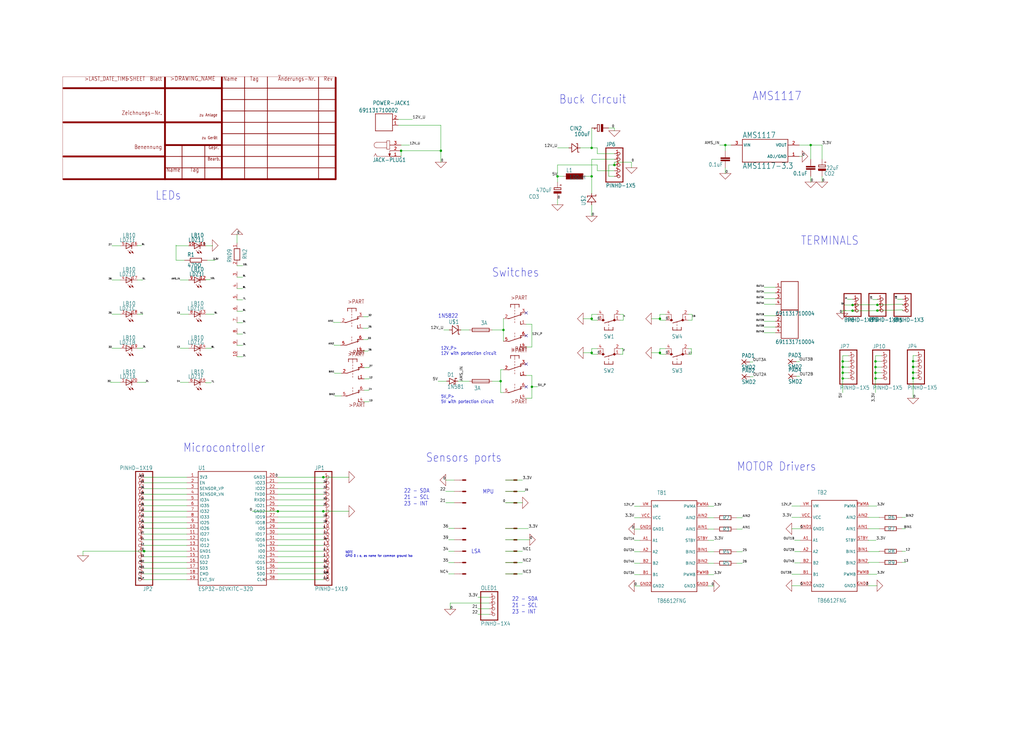
<source format=kicad_sch>
(kicad_sch (version 20211123) (generator eeschema)
  (paper "User" 457.2 335.28)
  (junction (at 390.89 161.3544))
  (junction (at 407.67 161.29))
  (junction (at 380.65 136.18))
  (junction (at 144.3736 228.2952))
  (junction (at 264.16 78.74))
  (junction (at 224.79 147.32))
  (junction (at 390.89 163.8944))
  (junction (at 391.75 138.66))
  (junction (at 264.17 157.54))
  (junction (at 390.89 168.9744))
  (junction (at 380.65 138.72))
  (junction (at 64.3636 246.0752))
  (junction (at 376.24 168.9744))
  (junction (at 407.67 168.91))
  (junction (at 376.24 163.8944))
  (junction (at 376.24 166.4344))
  (junction (at 223.52 170.18))
  (junction (at 264.17 142.3))
  (junction (at 294.65 142.3))
  (junction (at 179.07 67.31))
  (junction (at 390.89 166.4344))
  (junction (at 376.24 161.3544))
  (junction (at 294.65 157.54))
  (junction (at 407.67 163.83))
  (junction (at 323.85 64.77))
  (junction (at 248.92 78.74))
  (junction (at 361.95 64.77))
  (junction (at 274.32 73.66))
  (junction (at 237.49 172.72))
  (junction (at 391.75 136.12))
  (junction (at 407.67 166.37))
  (junction (at 196.85 67.31))
  (junction (at 264.16 66.04))
  (junction (at 144.3736 213.0552))
  (junction (at 124.0536 228.2952))
  (no_connect (at 234.95 162.56))
  (no_connect (at 234.95 149.86))
  (no_connect (at 234.95 139.7))
  (no_connect (at 234.95 172.72))
  (wire (pts (xy 63.7 140.25) (xy 63.7 140.28)))
  (wire (pts (xy 283.21 261.62) (xy 285.75 261.62)))
  (wire (pts (xy 225.67 235.98) (xy 235.94 235.98)))
  (wire (pts (xy 407.67 168.91) (xy 408.94 168.91)))
  (wire (pts (xy 346.24 143.48) (xy 341.16 143.48)))
  (wire (pts (xy 264.17 157.54) (xy 264.17 155.635)))
  (wire (pts (xy 164.8 164.09) (xy 164.8 163.98)))
  (wire (pts (xy 218.44 274.32) (xy 213.36 274.32)))
  (wire (pts (xy 264.16 57.15) (xy 264.16 66.04)))
  (wire (pts (xy 91.85 140.25) (xy 95.66 140.25)))
  (wire (pts (xy 124.0536 251.1552) (xy 144.3736 251.1552)))
  (wire (pts (xy 346.24 130.78) (xy 341.16 130.78)))
  (wire (pts (xy 124.0536 213.0552) (xy 144.3736 213.0552)))
  (wire (pts (xy 316.23 256.54) (xy 318.77 256.54)))
  (wire (pts (xy 357.29 256.42) (xy 353.48 256.42)))
  (wire (pts (xy 274.32 73.66) (xy 274.32 72.39)))
  (wire (pts (xy 357.29 225.94) (xy 353.48 225.94)))
  (wire (pts (xy 234.29 219.42) (xy 234.29 219.28)))
  (wire (pts (xy 387.77 241.18) (xy 387.77 241.3)))
  (wire (pts (xy 162.58 164.09) (xy 164.8 164.09)))
  (wire (pts (xy 380.65 136.18) (xy 391.75 135.98)))
  (wire (pts (xy 387.77 225.94) (xy 391.58 225.94)))
  (wire (pts (xy 378.78 158.8144) (xy 376.24 158.8144)))
  (wire (pts (xy 91.85 125.01) (xy 91.85 124.83)))
  (wire (pts (xy 390.89 163.8944) (xy 390.89 166.4344)))
  (wire (pts (xy 346.24 133.32) (xy 341.16 133.32)))
  (wire (pts (xy 376.24 158.8144) (xy 376.24 161.3544)))
  (wire (pts (xy 393.43 166.4344) (xy 390.89 166.4344)))
  (wire (pts (xy 393.43 168.9744) (xy 390.89 168.9744)))
  (wire (pts (xy 105.82 128.82) (xy 108.36 128.82)))
  (wire (pts (xy 248.92 66.04) (xy 254 66.04)))
  (wire (pts (xy 236.51 240.98) (xy 236.51 241.01)))
  (wire (pts (xy 316.23 251.46) (xy 318.77 251.46)))
  (wire (pts (xy 404.3 251.12) (xy 404.3 251.18)))
  (wire (pts (xy 281.94 72.39) (xy 281.94 74.93)))
  (wire (pts (xy 200.98 269.24) (xy 218.44 269.24)))
  (wire (pts (xy 274.32 76.2) (xy 266.7 76.2)))
  (wire (pts (xy 83.4136 220.6752) (xy 64.3636 220.6752)))
  (wire (pts (xy 407.67 168.91) (xy 407.67 177.8)))
  (wire (pts (xy 64.3636 213.0552) (xy 83.4136 213.0552)))
  (wire (pts (xy 91.85 170.73) (xy 91.85 170.93)))
  (wire (pts (xy 61.37 155.49) (xy 63.7 155.49)))
  (wire (pts (xy 266.7 66.04) (xy 266.7 68.58)))
  (wire (pts (xy 264.16 91.44) (xy 264.16 96.52)))
  (wire (pts (xy 234.95 154.94) (xy 237.49 154.94)))
  (wire (pts (xy 152.42 166.63) (xy 149.35 166.63)))
  (wire (pts (xy 64.3636 256.2352) (xy 83.4136 256.2352)))
  (wire (pts (xy 316.23 226.06) (xy 318.77 226.06)))
  (wire (pts (xy 144.3736 228.2952) (xy 155.8036 228.2952)))
  (wire (pts (xy 152.42 176.79) (xy 149.55 176.79)))
  (wire (pts (xy 202.81 241.01) (xy 200.27 241.01)))
  (wire (pts (xy 334.74 161.63) (xy 336.1 161.63)))
  (wire (pts (xy 164.55 174.25) (xy 164.55 174.03)))
  (wire (pts (xy 223.52 170.18) (xy 223.52 175.26)))
  (wire (pts (xy 357.29 241.18) (xy 354.75 241.18)))
  (wire (pts (xy 361.95 64.77) (xy 367.03 64.77)))
  (wire (pts (xy 164.15 151.6) (xy 164.15 151.38)))
  (wire (pts (xy 346.24 140.94) (xy 341.16 140.94)))
  (wire (pts (xy 202.81 224.5) (xy 199 224.5)))
  (wire (pts (xy 105.82 138.98) (xy 108.36 138.98)))
  (wire (pts (xy 124.0536 218.1352) (xy 144.3736 218.1352)))
  (wire (pts (xy 402.73 251.12) (xy 404.3 251.12)))
  (wire (pts (xy 64.3636 246.0752) (xy 83.4136 246.0752)))
  (wire (pts (xy 53.75 155.49) (xy 49.94 155.49)))
  (wire (pts (xy 105.82 133.9) (xy 108.36 133.9)))
  (wire (pts (xy 294.65 142.3) (xy 294.65 140.395)))
  (wire (pts (xy 402.99 135.82) (xy 391.75 136.12)))
  (wire (pts (xy 64.3636 246.0752) (xy 37.0536 246.0752)))
  (wire (pts (xy 266.71 158.175) (xy 264.17 158.175)))
  (wire (pts (xy 162.18 141.44) (xy 164.4 141.44)))
  (wire (pts (xy 64.3636 233.3752) (xy 83.4136 233.3752)))
  (wire (pts (xy 378.78 163.8944) (xy 376.24 163.8944)))
  (wire (pts (xy 225.67 246.09) (xy 233.29 246.09)))
  (wire (pts (xy 402.99 136.17) (xy 402.99 135.82)))
  (wire (pts (xy 266.7 73.66) (xy 248.92 73.66)))
  (wire (pts (xy 316.23 236.22) (xy 318.77 236.22)))
  (wire (pts (xy 278.1 158.175) (xy 276.87 158.175)))
  (wire (pts (xy 64.3636 223.2152) (xy 83.4136 223.2152)))
  (wire (pts (xy 407.67 163.83) (xy 408.94 163.83)))
  (wire (pts (xy 380.65 138.72) (xy 380.65 138.86)))
  (wire (pts (xy 308.7 155.635) (xy 308.7 158.175)))
  (wire (pts (xy 219.71 170.18) (xy 223.52 170.18)))
  (wire (pts (xy 392.57 236.08) (xy 392.57 236.1)))
  (wire (pts (xy 248.92 78.74) (xy 248.92 81.28)))
  (wire (pts (xy 274.32 71.12) (xy 264.16 71.12)))
  (wire (pts (xy 64.3636 228.2952) (xy 83.4136 228.2952)))
  (wire (pts (xy 105.82 154.22) (xy 108.36 154.22)))
  (wire (pts (xy 377.05 136.18) (xy 377.05 136.08)))
  (wire (pts (xy 124.0536 223.2152) (xy 144.3736 223.2152)))
  (wire (pts (xy 202.81 256.25) (xy 200.27 256.25)))
  (wire (pts (xy 162.58 179.38) (xy 164.8 179.38)))
  (wire (pts (xy 53.75 109.77) (xy 49.94 109.77)))
  (wire (pts (xy 148.95 143.98) (xy 148.95 143.88)))
  (wire (pts (xy 283.21 256.54) (xy 285.75 256.54)))
  (wire (pts (xy 355.59 168.03) (xy 356.95 168.03)))
  (wire (pts (xy 328.93 251.46) (xy 331.47 251.46)))
  (wire (pts (xy 274.32 78.74) (xy 271.78 78.74)))
  (wire (pts (xy 61.37 109.77) (xy 61.37 109.63)))
  (wire (pts (xy 177.8 55.88) (xy 196.85 55.88)))
  (wire (pts (xy 124.0536 258.7752) (xy 144.3736 258.7752)))
  (wire (pts (xy 294.65 157.54) (xy 294.65 155.635)))
  (wire (pts (xy 124.0536 235.9152) (xy 144.3736 235.9152)))
  (wire (pts (xy 377.35 138.68) (xy 380.4 138.68)))
  (wire (pts (xy 94.35 155.49) (xy 94.35 155.58)))
  (wire (pts (xy 378.78 161.3544) (xy 376.24 161.3544)))
  (wire (pts (xy 316.23 261.62) (xy 318.77 261.62)))
  (wire (pts (xy 264.17 142.935) (xy 264.17 142.3)))
  (wire (pts (xy 378.78 168.9744) (xy 376.24 168.9744)))
  (wire (pts (xy 84.23 109.77) (xy 78.6 109.77)))
  (wire (pts (xy 200.98 272.07) (xy 200.98 269.24)))
  (wire (pts (xy 124.0536 238.4552) (xy 144.3736 238.4552)))
  (wire (pts (xy 408.94 158.75) (xy 407.67 158.75)))
  (wire (pts (xy 162.18 156.68) (xy 162.18 156.73)))
  (wire (pts (xy 53.75 170.73) (xy 49.45 170.73)))
  (wire (pts (xy 309 142.935) (xy 307.35 142.935)))
  (wire (pts (xy 376.24 161.3544) (xy 376.24 163.8944)))
  (wire (pts (xy 84.23 125.01) (xy 80.42 125.01)))
  (wire (pts (xy 266.7 68.58) (xy 274.32 68.58)))
  (wire (pts (xy 321.31 64.77) (xy 323.85 64.77)))
  (wire (pts (xy 164.4 141.44) (xy 164.4 141.33)))
  (wire (pts (xy 271.78 78.74) (xy 271.78 73.66)))
  (wire (pts (xy 283.21 241.3) (xy 285.75 241.3)))
  (wire (pts (xy 264.16 78.74) (xy 264.16 86.36)))
  (wire (pts (xy 105.82 104.69) (xy 105.82 108.5)))
  (wire (pts (xy 357.29 261.5) (xy 353.48 261.5)))
  (wire (pts (xy 149.55 176.79) (xy 149.55 176.63)))
  (wire (pts (xy 84.23 140.25) (xy 80.42 140.25)))
  (wire (pts (xy 328.93 246.38) (xy 331.47 246.38)))
  (wire (pts (xy 124.0536 215.5952) (xy 144.3736 215.5952)))
  (wire (pts (xy 278.3 140.395) (xy 278.3 142.935)))
  (wire (pts (xy 308.7 158.175) (xy 307.35 158.175)))
  (wire (pts (xy 378.4 133.64) (xy 378.4 133.53)))
  (wire (pts (xy 234.95 167.64) (xy 237.49 167.64)))
  (wire (pts (xy 274.32 72.39) (xy 281.94 72.39)))
  (wire (pts (xy 219.71 147.32) (xy 224.79 147.32)))
  (wire (pts (xy 377.35 138.68) (xy 377.65 138.58)))
  (wire (pts (xy 202.81 246.09) (xy 200.27 246.09)))
  (wire (pts (xy 63.7 155.49) (xy 63.7 155.33)))
  (wire (pts (xy 266.7 76.2) (xy 266.7 73.66)))
  (wire (pts (xy 376.24 168.9744) (xy 376.24 175.3244)))
  (wire (pts (xy 407.67 166.37) (xy 407.67 168.91)))
  (wire (pts (xy 297.19 158.175) (xy 294.65 158.175)))
  (wire (pts (xy 264.16 66.04) (xy 266.7 66.04)))
  (wire (pts (xy 198.12 147.32) (xy 200.66 147.32)))
  (wire (pts (xy 124.0536 243.5352) (xy 144.3736 243.5352)))
  (wire (pts (xy 162.58 179.33) (xy 162.58 179.38)))
  (wire (pts (xy 95.8 116.18) (xy 95.8 116.33)))
  (wire (pts (xy 124.0536 240.9952) (xy 144.3736 240.9952)))
  (wire (pts (xy 264.17 140.395) (xy 266.71 140.395)))
  (wire (pts (xy 218.44 266.7) (xy 213.36 266.7)))
  (wire (pts (xy 91.85 124.83) (xy 93.9 124.83)))
  (wire (pts (xy 390.89 168.9744) (xy 390.89 175.3244)))
  (wire (pts (xy 402.73 246.18) (xy 404.3 246.18)))
  (wire (pts (xy 124.0536 233.3752) (xy 144.3736 233.3752)))
  (wire (pts (xy 264.17 158.175) (xy 264.17 157.54)))
  (wire (pts (xy 225.67 214.34) (xy 233.29 214.34)))
  (wire (pts (xy 336.2 168.23) (xy 336.2 168.28)))
  (wire (pts (xy 307.35 140.395) (xy 309 140.395)))
  (wire (pts (xy 64.3636 248.6152) (xy 83.4136 248.6152)))
  (wire (pts (xy 225.67 251.17) (xy 233.29 251.17)))
  (wire (pts (xy 225.67 256.25) (xy 233.29 256.25)))
  (wire (pts (xy 387.77 231.02) (xy 392.57 231.02)))
  (wire (pts (xy 205.74 147.32) (xy 209.55 147.32)))
  (wire (pts (xy 307.35 155.635) (xy 308.7 155.635)))
  (wire (pts (xy 152.02 143.98) (xy 148.95 143.98)))
  (wire (pts (xy 202.81 235.93) (xy 200.27 235.93)))
  (wire (pts (xy 390.89 161.3544) (xy 390.89 163.8944)))
  (wire (pts (xy 78.6 109.77) (xy 78.6 109.38)))
  (wire (pts (xy 283.21 246.38) (xy 285.75 246.38)))
  (wire (pts (xy 64.3636 218.1352) (xy 83.4136 218.1352)))
  (wire (pts (xy 387.77 261.5) (xy 391.58 261.5)))
  (wire (pts (xy 361.95 78.74) (xy 361.95 81.28)))
  (wire (pts (xy 276.87 155.635) (xy 278.1 155.635)))
  (wire (pts (xy 64.3636 240.9952) (xy 83.4136 240.9952)))
  (wire (pts (xy 402.99 138.71) (xy 402.99 138.36)))
  (wire (pts (xy 65 170.73) (xy 65 170.88)))
  (wire (pts (xy 387.77 241.3) (xy 391.16 241.3)))
  (wire (pts (xy 124.0536 256.2352) (xy 144.3736 256.2352)))
  (wire (pts (xy 63.7 140.28) (xy 63.55 140.28)))
  (wire (pts (xy 164.4 146.52) (xy 164.4 146.48)))
  (wire (pts (xy 105.82 149.14) (xy 108.36 149.14)))
  (wire (pts (xy 271.78 73.66) (xy 274.32 73.66)))
  (wire (pts (xy 49.45 170.73) (xy 49.45 170.33)))
  (wire (pts (xy 149.35 166.63) (xy 149.35 166.53)))
  (wire (pts (xy 387.77 251.12) (xy 387.77 251.34)))
  (wire (pts (xy 274.32 57.15) (xy 274.32 58.42)))
  (wire (pts (xy 224.79 142.24) (xy 224.79 147.32)))
  (wire (pts (xy 64.3636 235.9152) (xy 83.4136 235.9152)))
  (wire (pts (xy 152.02 154.14) (xy 149.15 154.14)))
  (wire (pts (xy 78.6 109.77) (xy 78.6 116.18)))
  (wire (pts (xy 84.23 155.49) (xy 80.42 155.49)))
  (wire (pts (xy 64.3636 253.6952) (xy 83.4136 253.6952)))
  (wire (pts (xy 91.85 170.93) (xy 94.25 170.93)))
  (wire (pts (xy 393.43 163.8944) (xy 390.89 163.8944)))
  (wire (pts (xy 61.37 125.01) (xy 63.55 125.01)))
  (wire (pts (xy 64.3636 243.5352) (xy 83.4136 243.5352)))
  (wire (pts (xy 237.49 167.64) (xy 237.49 172.72)))
  (wire (pts (xy 37.0536 246.0752) (xy 37.0536 248.1552)))
  (wire (pts (xy 261.62 78.74) (xy 264.16 78.74)))
  (wire (pts (xy 402.99 133.63) (xy 402.99 133.58)))
  (wire (pts (xy 225.67 235.93) (xy 225.67 235.98)))
  (wire (pts (xy 204.47 170.18) (xy 209.55 170.18)))
  (wire (pts (xy 144.3736 213.0552) (xy 155.8036 213.0552)))
  (wire (pts (xy 53.75 140.25) (xy 49.94 140.25)))
  (wire (pts (xy 323.85 74.93) (xy 323.85 77.47)))
  (wire (pts (xy 316.23 231.14) (xy 318.77 231.14)))
  (wire (pts (xy 259.08 66.04) (xy 264.16 66.04)))
  (wire (pts (xy 264.17 142.3) (xy 260.36 142.3)))
  (wire (pts (xy 218.44 271.78) (xy 213.36 271.78)))
  (wire (pts (xy 294.65 140.395) (xy 297.19 140.395)))
  (wire (pts (xy 316.23 241.3) (xy 318.77 241.3)))
  (wire (pts (xy 202.81 219.42) (xy 199 219.42)))
  (wire (pts (xy 294.65 155.635) (xy 297.19 155.635)))
  (wire (pts (xy 237.49 172.72) (xy 237.49 177.8)))
  (wire (pts (xy 355.49 161.43) (xy 356.85 161.43)))
  (wire (pts (xy 224.79 165.1) (xy 223.52 165.1)))
  (wire (pts (xy 64.3636 258.7752) (xy 83.4136 258.7752)))
  (wire (pts (xy 278.3 142.935) (xy 276.87 142.935)))
  (wire (pts (xy 393.43 161.3544) (xy 390.89 161.3544)))
  (wire (pts (xy 361.95 64.77) (xy 361.95 71.12)))
  (wire (pts (xy 196.85 67.31) (xy 196.85 72.39)))
  (wire (pts (xy 407.67 163.83) (xy 407.67 166.37)))
  (wire (pts (xy 124.0536 230.8352) (xy 144.3736 230.8352)))
  (wire (pts (xy 196.85 55.88) (xy 196.85 67.31)))
  (wire (pts (xy 61.37 140.25) (xy 63.7 140.25)))
  (wire (pts (xy 402.73 236.08) (xy 404.3 236.08)))
  (wire (pts (xy 346.24 146.02) (xy 341.16 146.02)))
  (wire (pts (xy 323.85 64.77) (xy 323.85 67.31)))
  (wire (pts (xy 202.81 251.17) (xy 200.27 251.17)))
  (wire (pts (xy 402.99 138.36) (xy 391.75 138.66)))
  (wire (pts (xy 294.65 142.935) (xy 294.65 142.3)))
  (wire (pts (xy 316.23 246.38) (xy 318.77 246.38)))
  (wire (pts (xy 271.78 57.15) (xy 274.32 57.15)))
  (wire (pts (xy 162.58 174.25) (xy 164.55 174.25)))
  (wire (pts (xy 112.6236 228.2952) (xy 124.0536 228.2952)))
  (wire (pts (xy 357.29 251.34) (xy 354.75 251.34)))
  (wire (pts (xy 105.82 123.74) (xy 108.36 123.74)))
  (wire (pts (xy 260.36 157.54) (xy 264.17 157.54)))
  (wire (pts (xy 376.24 166.4344) (xy 376.24 168.9744)))
  (wire (pts (xy 357.29 246.26) (xy 354.75 246.26)))
  (wire (pts (xy 294.65 142.3) (xy 290.84 142.3)))
  (wire (pts (xy 334.84 168.23) (xy 336.2 168.23)))
  (wire (pts (xy 149.15 154.14) (xy 149.15 153.98)))
  (wire (pts (xy 290.84 157.54) (xy 294.65 157.54)))
  (wire (pts (xy 179.07 67.31) (xy 179.07 69.85)))
  (wire (pts (xy 105.82 159.3) (xy 108.36 159.3)))
  (wire (pts (xy 278.1 155.635) (xy 278.1 158.175)))
  (wire (pts (xy 78.6 116.18) (xy 82.37 116.18)))
  (wire (pts (xy 248.92 73.66) (xy 248.92 78.74)))
  (wire (pts (xy 162.18 151.6) (xy 164.15 151.6)))
  (wire (pts (xy 64.3636 238.4552) (xy 83.4136 238.4552)))
  (wire (pts (xy 266.71 142.935) (xy 264.17 142.935)))
  (wire (pts (xy 336.1 161.63) (xy 336.1 161.53)))
  (wire (pts (xy 53.75 125.01) (xy 49.94 125.01)))
  (wire (pts (xy 248.92 88.9) (xy 248.92 91.44)))
  (wire (pts (xy 105.82 118.66) (xy 108.36 118.66)))
  (wire (pts (xy 83.4136 215.5952) (xy 64.3636 215.5952)))
  (wire (pts (xy 237.49 172.72) (xy 240.03 172.72)))
  (wire (pts (xy 390.89 158.8144) (xy 390.89 161.3544)))
  (wire (pts (xy 225.67 219.42) (xy 234.29 219.42)))
  (wire (pts (xy 346.24 128.24) (xy 341.16 128.24)))
  (wire (pts (xy 407.67 161.29) (xy 408.94 161.29)))
  (wire (pts (xy 356.85 161.43) (xy 356.85 161.33)))
  (wire (pts (xy 124.0536 246.0752) (xy 144.3736 246.0752)))
  (wire (pts (xy 380.65 136.18) (xy 377.05 136.18)))
  (wire (pts (xy 177.8 53.34) (xy 184.15 53.34)))
  (wire (pts (xy 264.17 142.3) (xy 264.17 140.395)))
  (wire (pts (xy 124.0536 228.2952) (xy 144.3736 228.2952)))
  (wire (pts (xy 357.29 236.1) (xy 353.48 236.1)))
  (wire (pts (xy 387.77 256.42) (xy 391.58 256.42)))
  (wire (pts (xy 61.37 170.73) (xy 65 170.73)))
  (wire (pts (xy 387.77 246.26) (xy 392.57 246.26)))
  (wire (pts (xy 391.75 133.58) (xy 391.75 133.73)))
  (wire (pts (xy 356.87 69.85) (xy 358.14 69.85)))
  (wire (pts (xy 346.24 148.56) (xy 341.16 148.56)))
  (wire (pts (xy 276.87 140.395) (xy 278.3 140.395)))
  (wire (pts (xy 124.0536 248.6152) (xy 144.3736 248.6152)))
  (wire (pts (xy 283.21 236.22) (xy 285.75 236.22)))
  (wire (pts (xy 124.0536 253.6952) (xy 144.3736 253.6952)))
  (wire (pts (xy 356.87 64.77) (xy 361.95 64.77)))
  (wire (pts (xy 92.53 116.18) (xy 95.8 116.18)))
  (wire (pts (xy 179.07 64.77) (xy 182.88 64.77)))
  (wire (pts (xy 64.3636 251.1552) (xy 83.4136 251.1552)))
  (wire (pts (xy 83.4136 225.7552) (xy 64.3636 225.7552)))
  (wire (pts (xy 376.03 138.73) (xy 377.65 138.58)))
  (wire (pts (xy 390.89 166.4344) (xy 390.89 168.9744)))
  (wire (pts (xy 236.51 241.01) (xy 225.67 241.01)))
  (wire (pts (xy 63.55 125.01) (xy 63.55 125.18)))
  (wire (pts (xy 297.19 142.935) (xy 294.65 142.935)))
  (wire (pts (xy 376.24 163.8944) (xy 376.24 166.4344)))
  (wire (pts (xy 223.52 175.26) (xy 224.79 175.26)))
  (wire (pts (xy 237.49 144.78) (xy 237.49 154.94)))
  (wire (pts (xy 94.84 109.77) (xy 94.84 109.62)))
  (wire (pts (xy 91.85 109.77) (xy 94.84 109.77)))
  (wire (pts (xy 380.65 133.64) (xy 378.4 133.64)))
  (wire (pts (xy 223.52 165.1) (xy 223.52 170.18)))
  (wire (pts (xy 283.21 226.06) (xy 285.75 226.06)))
  (wire (pts (xy 162.18 156.73) (xy 164.4 156.73)))
  (wire (pts (xy 124.0536 220.6752) (xy 144.3736 220.6752)))
  (wire (pts (xy 195.58 170.18) (xy 199.39 170.18)))
  (wire (pts (xy 391.75 135.98) (xy 391.75 136.12)))
  (wire (pts (xy 356.95 168.03) (xy 356.95 168.08)))
  (wire (pts (xy 224.79 147.32) (xy 224.79 152.4)))
  (wire (pts (xy 164.8 169.17) (xy 164.8 169.13)))
  (wire (pts (xy 162.58 169.17) (xy 164.8 169.17)))
  (wire (pts (xy 328.93 236.22) (xy 331.47 236.22)))
  (wire (pts (xy 248.92 78.74) (xy 251.46 78.74)))
  (wire (pts (xy 199 214.34) (xy 202.81 214.34)))
  (wire (pts (xy 278.1 155.635) (xy 277.7 155.53)))
  (wire (pts (xy 64.3636 230.8352) (xy 83.4136 230.8352)))
  (wire (pts (xy 105.82 144.06) (xy 108.36 144.06)))
  (wire (pts (xy 237.49 177.8) (xy 234.95 177.8)))
  (wire (pts (xy 380.4 138.68) (xy 380.65 138.72)))
  (wire (pts (xy 323.85 64.77) (xy 326.39 64.77)))
  (wire (pts (xy 393.43 158.8144) (xy 390.89 158.8144)))
  (wire (pts (xy 283.21 231.14) (xy 285.75 231.14)))
  (wire (pts (xy 225.67 224.5) (xy 233.29 224.5)))
  (wire (pts (xy 407.67 166.37) (xy 408.94 166.37)))
  (wire (pts (xy 179.07 67.31) (xy 196.85 67.31)))
  (wire (pts (xy 402.99 133.58) (xy 400.7 133.58)))
  (wire (pts (xy 402.73 231.04) (xy 404.3 231.04)))
  (wire (pts (xy 376.01 139.95) (xy 376.03 138.73)))
  (wire (pts (xy 407.67 158.75) (xy 407.67 161.29)))
  (wire (pts (xy 162.18 146.52) (xy 164.4 146.52)))
  (wire (pts (xy 61.37 109.63) (xy 63.25 109.63)))
  (wire (pts (xy 392.57 236.1) (xy 387.77 236.1)))
  (wire (pts (xy 391.75 133.73) (xy 389.6 133.73)))
  (wire (pts (xy 357.29 231.02) (xy 353.48 231.02)))
  (wire (pts (xy 392.57 246.26) (xy 392.57 246.12)))
  (wire (pts (xy 91.85 155.49) (xy 94.35 155.49)))
  (wire (pts (xy 234.95 144.78) (xy 237.49 144.78)))
  (wire (pts (xy 124.0536 225.7552) (xy 144.3736 225.7552)))
  (wire (pts (xy 84.23 170.73) (xy 80.42 170.73)))
  (wire (pts (xy 294.65 158.175) (xy 294.65 157.54)))
  (wire (pts (xy 378.78 166.4344) (xy 376.24 166.4344)))
  (wire (pts (xy 367.03 64.77) (xy 367.03 71.12)))
  (wire (pts (xy 367.03 78.74) (xy 367.03 81.28)))
  (wire (pts (xy 264.16 71.12) (xy 264.16 78.74)))
  (wire (pts (xy 283.21 251.46) (xy 285.75 251.46)))
  (wire (pts (xy 402.73 246.12) (xy 402.73 246.18)))
  (wire (pts (xy 309 140.395) (xy 309 142.935)))
  (wire (pts (xy 380.65 138.86) (xy 391.75 138.66)))
  (wire (pts (xy 264.17 155.635) (xy 266.71 155.635)))
  (wire (pts (xy 392.57 231.02) (xy 392.57 231.04)))
  (wire (pts (xy 328.93 231.14) (xy 331.47 231.14)))
  (wire (pts (xy 392.57 251.12) (xy 387.77 251.12)))
  (wire (pts (xy 407.67 161.29) (xy 407.67 163.83)))
  (wire (pts (xy 346.24 135.86) (xy 341.16 135.86)))
  (text "MPU" (at 215.51 220.69 180) (effects (font (size 1.778 1.5113)) (justify left bottom)))
  (text "AMS1117" (at 335.84 45.26 180) (effects (font (size 3.81 3.2385)) (justify left bottom)))
  (text "Microcontroller" (at 118.48 202.3 180) (effects (font (size 3.81 3.2385)) (justify right bottom)))
  (text "1N5822" (at 195.58 142.24 180) (effects (font (size 1.778 1.5113)) (justify left bottom)))
  (text "22 - SDA\n21 - SCL\n23 - INT" (at 180.34 226.06 180) (effects (font (size 1.778 1.5113)) (justify left bottom)))
  (text "LEDs" (at 69.31 89.65 180) (effects (font (size 3.81 3.2385)) (justify left bottom)))
  (text "LSA" (at 210.43 247.36 180) (effects (font (size 1.778 1.5113)) (justify left bottom)))
  (text "Sensors ports" (at 190.11 206.72 180) (effects (font (size 3.81 3.2385)) (justify left bottom)))
  (text "12V_P>\n12V with portection circuit" (at 196.85 158.75 180) (effects (font (size 1.4224 1.209)) (justify left bottom)))
  (text "Switches" (at 219.61 124.05 180) (effects (font (size 3.81 3.2385)) (justify left bottom)))
  (text "MOTOR Drivers" (at 364.48 210.7 180) (effects (font (size 3.81 3.2385)) (justify right bottom)))
  (text "Buck Circuit" (at 249.6 46.75 180) (effects (font (size 3.81 3.2385)) (justify left bottom)))
  (text "NOTE\nGPIO 0 : o, as name for common ground iso" (at 154.1872 248.9424 180) (effects (font (size 1.016 0.8636)) (justify left bottom)))
  (text "5V_P>\n5V with portection circuit" (at 196.85 180.34 180) (effects (font (size 1.4224 1.209)) (justify left bottom)))
  (text "TERMINALS" (at 383.47 109.83 180) (effects (font (size 3.81 3.2385)) (justify right bottom)))
  (text "22 - SDA\n21 - SCL\n23 - INT" (at 228.6 274.32 180) (effects (font (size 1.778 1.5113)) (justify left bottom)))
  (label "17" (at 307.35 158.175 0) (effects (font (size 0.7112 0.7112))))
  (label "27" (at 49.94 109.77 180) (effects (font (size 0.7112 0.7112))))
  (label "33" (at 49.94 155.49 180) (effects (font (size 0.7112 0.7112))))
  (label "3L" (at 63.7 155.33 0) (effects (font (size 0.7112 0.7112))))
  (label "26" (at 331.47 251.46 0) (effects (font (size 0.9957 0.9957))))
  (label "34" (at 200.27 246.09 180) (effects (font (size 1.2446 1.2446))))
  (label "0" (at 376.01 139.95 180) (effects (font (size 1.016 1.016))))
  (label "BIN2" (at 404.3 231.04 0) (effects (font (size 0.9957 0.9957))))
  (label "7L" (at 108.36 133.9 0) (effects (font (size 0.7112 0.7112))))
  (label "OUT3A" (at 283.21 256.54 180) (effects (font (size 0.9957 0.9957))))
  (label "0" (at 367.03 81.28 0) (effects (font (size 1.016 1.016))))
  (label "7L" (at 94.25 170.93 0) (effects (font (size 0.7112 0.7112))))
  (label "0" (at 124.0536 213.0552 180) (effects (font (size 1.016 1.016))))
  (label "OUT3A" (at 341.16 133.32 180) (effects (font (size 0.7112 0.7112))))
  (label "12" (at 80.42 155.49 180) (effects (font (size 0.7112 0.7112))))
  (label "0" (at 91.85 109.77 180) (effects (font (size 1.016 1.016))))
  (label "OUT2A" (at 336.2 168.23 0) (effects (font (size 1.2446 1.2446))))
  (label "4" (at 144.3736 243.5352 0) (effects (font (size 0.7112 0.7112))))
  (label "27" (at 164.8 163.98 0) (effects (font (size 0.7112 0.7112))))
  (label "0" (at 225.67 224.5 180) (effects (font (size 1.016 1.016))))
  (label "0" (at 357.29 261.5 0) (effects (font (size 1.016 1.016))))
  (label "32" (at 49.45 170.73 180) (effects (font (size 0.7112 0.7112))))
  (label "22" (at 144.3736 218.1352 0) (effects (font (size 0.7112 0.7112))))
  (label "SD2" (at 64.3636 251.1552 180) (effects (font (size 0.7112 0.7112))))
  (label "OUT2B" (at 341.16 143.48 180) (effects (font (size 0.7112 0.7112))))
  (label "2" (at 144.3736 248.6152 0) (effects (font (size 0.7112 0.7112))))
  (label "35" (at 200.27 251.17 180) (effects (font (size 1.2446 1.2446))))
  (label "5" (at 144.3736 235.9152 0) (effects (font (size 0.7112 0.7112))))
  (label "13" (at 164.8 179.38 0) (effects (font (size 0.7112 0.7112))))
  (label "SD3" (at 64.3636 253.6952 180) (effects (font (size 0.7112 0.7112))))
  (label "3.3V" (at 391.58 225.94 0) (effects (font (size 0.9957 0.9957))))
  (label "OUT3B" (at 341.16 146.02 180) (effects (font (size 0.7112 0.7112))))
  (label "OUT3A" (at 336.1 161.63 0) (effects (font (size 1.2446 1.2446))))
  (label "3.3V" (at 235.94 235.98 0) (effects (font (size 1.2446 1.2446))))
  (label "0" (at 274.32 57.15 180) (effects (font (size 1.016 1.016))))
  (label "3.3V" (at 95.1 116.18 0) (effects (font (size 0.7112 0.7112))))
  (label "12V_U" (at 198.12 147.32 180) (effects (font (size 1.2446 1.2446))))
  (label "3.3V" (at 391.58 256.42 0) (effects (font (size 0.9957 0.9957))))
  (label "EN" (at 64.3636 215.5952 180) (effects (font (size 0.7112 0.7112))))
  (label "2L" (at 108.36 159.3 0) (effects (font (size 0.7112 0.7112))))
  (label "5L" (at 108.36 144.06 0) (effects (font (size 0.7112 0.7112))))
  (label "0" (at 283.21 236.22 180) (effects (font (size 1.016 1.016))))
  (label "0" (at 283.21 261.62 0) (effects (font (size 1.016 1.016))))
  (label "0" (at 297.19 142.935 0) (effects (font (size 1.016 1.016))))
  (label "0" (at 264.16 96.52 0) (effects (font (size 1.016 1.016))))
  (label "OUT4B" (at 341.16 148.56 180) (effects (font (size 0.7112 0.7112))))
  (label "18" (at 400.7 133.58 90) (effects (font (size 0.7112 0.7112))))
  (label "OUT3B" (at 356.85 161.43 0) (effects (font (size 1.2446 1.2446))))
  (label "5V" (at 376.24 175.3244 270) (effects (font (size 1.2446 1.2446))))
  (label "14" (at 164.55 174.25 0) (effects (font (size 0.7112 0.7112))))
  (label "12V_U" (at 182.88 64.77 0) (effects (font (size 0.9957 0.9957))))
  (label "CMD" (at 64.3636 256.2352 180) (effects (font (size 0.7112 0.7112))))
  (label "2L" (at 65 170.73 0) (effects (font (size 0.7112 0.7112))))
  (label "0" (at 64.3636 246.0752 180) (effects (font (size 1.016 1.016))))
  (label "BIN1" (at 403.515 236.08 0) (effects (font (size 0.9957 0.9957))))
  (label "25" (at 164.4 146.48 0) (effects (font (size 0.7112 0.7112))))
  (label "23" (at 144.3736 215.5952 0) (effects (font (size 0.7112 0.7112))))
  (label "0" (at 105.82 104.69 0) (effects (font (size 1.016 1.016))))
  (label "AIN1" (at 331.47 236.22 0) (effects (font (size 0.9957 0.9957))))
  (label "0" (at 248.92 88.9 0) (effects (font (size 1.016 1.016))))
  (label "0" (at 361.95 81.28 0) (effects (font (size 1.016 1.016))))
  (label "5L" (at 63.55 125.01 0) (effects (font (size 0.7112 0.7112))))
  (label "12" (at 404.3 246.18 0) (effects (font (size 0.9957 0.9957))))
  (label "12V_U" (at 184.15 53.34 0) (effects (font (size 1.2446 1.2446))))
  (label "17" (at 144.3736 238.4552 0) (effects (font (size 0.7112 0.7112))))
  (label "3.3V" (at 318.77 241.3 0) (effects (font (size 1.2446 1.2446))))
  (label "6L" (at 108.36 138.98 0) (effects (font (size 0.7112 0.7112))))
  (label "0" (at 266.71 158.175 0) (effects (font (size 1.016 1.016))))
  (label "18" (at 144.3736 233.3752 0) (effects (font (size 0.7112 0.7112))))
  (label "OUT1A" (at 283.21 241.3 180) (effects (font (size 0.9957 0.9957))))
  (label "3.3V" (at 318.77 226.06 0) (effects (font (size 0.9957 0.9957))))
  (label "AMS_IN" (at 80.42 125.01 180) (effects (font (size 0.7112 0.7112))))
  (label "5V" (at 195.58 170.18 180) (effects (font (size 1.2446 1.2446))))
  (label "OUT1B" (at 341.16 140.94 180) (effects (font (size 0.7112 0.7112))))
  (label "0" (at 387.77 261.5 180) (effects (font (size 1.016 1.016))))
  (label "32" (at 164.4 141.33 0) (effects (font (size 0.7112 0.7112))))
  (label "12V_P" (at 283.21 226.06 180) (effects (font (size 0.9957 0.9957))))
  (label "3.3V" (at 283.21 231.14 180) (effects (font (size 1.2446 1.2446))))
  (label "RX" (at 144.3736 223.2152 0) (effects (font (size 0.7112 0.7112))))
  (label "36" (at 64.3636 218.1352 180) (effects (font (size 0.7112 0.7112))))
  (label "10L" (at 93.9 124.83 0) (effects (font (size 0.7112 0.7112))))
  (label "9L" (at 108.36 123.74 0) (effects (font (size 0.7112 0.7112))))
  (label "3L" (at 108.36 154.22 0) (effects (font (size 0.7112 0.7112))))
  (label "12V_P" (at 237.49 149.86 0) (effects (font (size 0.9957 0.9957))))
  (label "0" (at 236.51 240.98 0) (effects (font (size 1.016 1.016))))
  (label "0" (at 281.94 72.39 0) (effects (font (size 1.016 1.016))))
  (label "3.3V" (at 367.03 64.77 0) (effects (font (size 1.2446 1.2446))))
  (label "OUT4A" (at 283.21 251.46 180) (effects (font (size 0.9957 0.9957))))
  (label "39" (at 200.27 241.01 180) (effects (font (size 1.2446 1.2446))))
  (label "9L" (at 95.66 140.25 0) (effects (font (size 0.7112 0.7112))))
  (label "14" (at 80.42 170.73 180) (effects (font (size 0.7112 0.7112))))
  (label "3.3V" (at 318.77 256.54 0) (effects (font (size 0.9957 0.9957))))
  (label "NC1" (at 233.29 246.09 0) (effects (font (size 1.2446 1.2446))))
  (label "OUT2B" (at 354.75 246.26 180) (effects (font (size 0.9957 0.9957))))
  (label "SD1" (at 144.3736 253.6952 0) (effects (font (size 0.7112 0.7112))))
  (label "25" (at 331.47 246.38 0) (effects (font (size 0.9957 0.9957))))
  (label "5V" (at 377.05 136.18 180) (effects (font (size 0.7112 0.7112))))
  (label "AIN2" (at 149.15 153.98 180) (effects (font (size 0.7112 0.7112))))
  (label "21" (at 199 224.5 180) (effects (font (size 1.2446 1.2446))))
  (label "22" (at 199 219.42 180) (effects (font (size 1.2446 1.2446))))
  (label "AMS_IN" (at 321.31 64.77 180) (effects (font (size 1.2446 1.2446))))
  (label "0" (at 358.14 69.85 0) (effects (font (size 1.016 1.016))))
  (label "0" (at 323.85 77.47 0) (effects (font (size 1.016 1.016))))
  (label "0" (at 266.71 142.935 0) (effects (font (size 1.016 1.016))))
  (label "0" (at 357.29 236.1 0) (effects (font (size 1.016 1.016))))
  (label "0" (at 112.6236 228.2952 180) (effects (font (size 1.016 1.016))))
  (label "12" (at 164.8 169.13 0) (effects (font (size 0.7112 0.7112))))
  (label "4L" (at 108.36 149.14 0) (effects (font (size 0.7112 0.7112))))
  (label "SD0" (at 144.3736 256.2352 0) (effects (font (size 0.7112 0.7112))))
  (label "25" (at 64.3636 233.3752 180) (effects (font (size 0.7112 0.7112))))
  (label "15" (at 144.3736 251.1552 0) (effects (font (size 0.7112 0.7112))))
  (label "16" (at 144.3736 240.9952 0) (effects (font (size 0.7112 0.7112))))
  (label "AMS_IN" (at 207.01 170.18 90) (effects (font (size 1.2446 1.2446))))
  (label "39" (at 64.3636 220.6752 180) (effects (font (size 0.7112 0.7112))))
  (label "26" (at 64.3636 235.9152 180) (effects (font (size 0.7112 0.7112))))
  (label "34" (at 64.3636 223.2152 180) (effects (font (size 0.7112 0.7112))))
  (label "0" (at 318.77 261.62 180) (effects (font (size 1.016 1.016))))
  (label "5V_P" (at 240.03 172.72 0) (effects (font (size 0.9957 0.9957))))
  (label "12" (at 64.3636 243.5352 180) (effects (font (size 0.7112 0.7112))))
  (label "10L" (at 108.36 118.66 0) (effects (font (size 0.7112 0.7112))))
  (label "21" (at 144.3736 225.7552 0) (effects (font (size 0.7112 0.7112))))
  (label "32" (at 64.3636 228.2952 180) (effects (font (size 0.7112 0.7112))))
  (label "4L" (at 62.535 140.25 0) (effects (font (size 0.7112 0.7112))))
  (label "25" (at 49.94 140.25 180) (effects (font (size 0.7112 0.7112))))
  (label "6L" (at 63.25 109.63 0) (effects (font (size 0.7112 0.7112))))
  (label "BIN2" (at 149.55 176.63 180) (effects (font (size 0.7112 0.7112))))
  (label "26" (at 49.94 125.01 180) (effects (font (size 0.7112 0.7112))))
  (label "8L" (at 94.35 155.49 0) (effects (font (size 0.7112 0.7112))))
  (label "19" (at 389.6 133.73 90) (effects (font (size 0.7112 0.7112))))
  (label "5V" (at 248.92 78.74 180) (effects (font (size 1.2446 1.2446))))
  (label "AIN1" (at 148.95 143.88 180) (effects (font (size 0.7112 0.7112))))
  (label "AIN2" (at 331.47 231.14 0) (effects (font (size 0.9957 0.9957))))
  (label "OUT2B" (at 356.95 168.03 0) (effects (font (size 1.2446 1.2446))))
  (label "3.3V" (at 353.48 231.02 180) (effects (font (size 1.2446 1.2446))))
  (label "O" (at 144.3736 246.0752 0) (effects (font (size 0.7112 0.7112))))
  (label "8L" (at 108.36 128.82 0) (effects (font (size 0.7112 0.7112))))
  (label "OUT4A" (at 341.16 135.86 180) (effects (font (size 0.7112 0.7112))))
  (label "13" (at 64.3636 248.6152 180) (effects (font (size 0.7112 0.7112))))
  (label "27" (at 64.3636 238.4552 180) (effects (font (size 0.7112 0.7112))))
  (label "13" (at 80.42 140.25 180) (effects (font (size 0.7112 0.7112))))
  (label "3.3V" (at 213.36 266.7 180) (effects (font (size 1.2446 1.2446))))
  (label "5" (at 378.4 133.53 90) (effects (font (size 0.7112 0.7112))))
  (label "33" (at 164.15 151.6 0) (effects (font (size 0.7112 0.7112))))
  (label "14" (at 64.3636 240.9952 180) (effects (font (size 0.7112 0.7112))))
  (label "3.3V" (at 391.16 241.3 0) (effects (font (size 1.2446 1.2446))))
  (label "3.3V" (at 233.29 214.34 0) (effects (font (size 1.2446 1.2446))))
  (label "NC2" (at 233.29 251.17 0) (effects (font (size 1.2446 1.2446))))
  (label "33" (at 64.3636 230.8352 180) (effects (font (size 0.7112 0.7112))))
  (label "0" (at 196.85 72.39 0) (effects (font (size 1.016 1.016))))
  (label "0" (at 407.67 177.8 0) (effects (font (size 1.016 1.016))))
  (label "OUT1B" (at 354.75 241.18 180) (effects (font (size 0.9957 0.9957))))
  (label "12V_P" (at 353.48 225.94 180) (effects (font (size 0.9957 0.9957))))
  (label "0" (at 200.98 272.07 0) (effects (font (size 1.016 1.016))))
  (label "CLK" (at 144.3736 258.7752 0) (effects (font (size 0.7112 0.7112))))
  (label "BIN1" (at 149.35 166.53 180) (effects (font (size 0.7112 0.7112))))
  (label "0" (at 297.19 158.175 0) (effects (font (size 1.016 1.016))))
  (label "NC4" (at 200.27 256.25 180) (effects (font (size 1.2446 1.2446))))
  (label "OUT1A" (at 341.16 128.24 180) (effects (font (size 0.7112 0.7112))))
  (label "OUT2A" (at 341.16 130.78 180) (effects (font (size 0.7112 0.7112))))
  (label "22" (at 213.36 274.32 180) (effects (font (size 1.2446 1.2446))))
  (label "13" (at 403.515 251.12 0) (effects (font (size 0.9957 0.9957))))
  (label "36" (at 200.27 235.93 180) (effects (font (size 1.2446 1.2446))))
  (label "12V_U" (at 248.92 66.04 180) (effects (font (size 1.2446 1.2446))))
  (label "35" (at 64.3636 225.7552 180) (effects (font (size 0.7112 0.7112))))
  (label "16" (at 309 141.665 0) (effects (font (size 0.7112 0.7112))))
  (label "21" (at 213.36 271.78 180) (effects (font (size 1.2446 1.2446))))
  (label "26" (at 164.4 156.73 0) (effects (font (size 0.7112 0.7112))))
  (label "4" (at 278.3 141.665 0) (effects (font (size 0.7112 0.7112))))
  (label "3.3V" (at 390.89 175.3244 270) (effects (font (size 1.2446 1.2446))))
  (label "0" (at 199 214.34 180) (effects (font (size 1.016 1.016))))
  (label "OUT2A" (at 283.21 246.38 180) (effects (font (size 0.9957 0.9957))))
  (label "TX" (at 144.3736 220.6752 0) (effects (font (size 0.7112 0.7112))))
  (label "23" (at 234.29 219.28 0) (effects (font (size 0.7112 0.7112))))
  (label "3V3" (at 64.3636 213.0552 180) (effects (font (size 0.7112 0.7112))))
  (label "2" (at 278.1 156.905 0) (effects (font (size 0.7112 0.7112))))
  (label "NC3" (at 233.29 256.25 0) (effects (font (size 1.2446 1.2446))))
  (label "OUT3B" (at 353.48 256.42 180) (effects (font (size 0.9957 0.9957))))
  (label "19" (at 144.3736 230.8352 0) (effects (font (size 0.7112 0.7112))))
  (label "OUT4B" (at 354.75 251.34 180) (effects (font (size 0.9957 0.9957))))
  (label "5V_P" (at 64.3636 258.7752 180) (effects (font (size 0.7112 0.7112))))
  (symbol (lib_id "sra_board_2020-eagle-import:GND") (at 283.21 236.22 270) (unit 1)
    (property "Reference" "#X_06" (effects hide))
    (property "Value" "GND" (effects hide))
    (property "Footprint" "sra_board_2020:" (effects hide))
  )
  (symbol (lib_id "sra_board_2020-eagle-import:GND") (at 361.95 81.28 0) (unit 1)
    (property "Reference" "#X_028" (effects hide))
    (property "Value" "GND" (effects hide))
    (property "Footprint" "sra_board_2020:" (effects hide))
  )
  (symbol (lib_id "sra_board_2020-eagle-import:ESP32-DEVKITC-32D") (at 103.7336 235.9152 0) (unit 1)
    (property "Reference" "U1" (at 88.4764 209.8509 0) (effects (font (size 1.78 1.513)) (justify left bottom)))
    (property "Value" "ESP32-DEVKITC-32D" (at 88.4773 263.885 0) (effects (font (size 1.7799 1.5129)) (justify left bottom)))
    (property "Footprint" "MCU_ESP32:ESP32-DEVKITCv4-32D" (effects hide))
  )
  (symbol (lib_id "sra_board_2020-eagle-import:SMD2") (at 332.2 161.63 0) (unit 1)
    (property "Reference" "PAD1" (at 331.057 159.7758 0) (effects (font (size 1.778 1.5113)) (justify left bottom)))
    (property "Value" "SMD2" (at 331.057 164.932 0) (effects (font (size 1.778 1.5113)) (justify left bottom)))
    (property "Footprint" "testpoint_pad:pad_1,27-2,54_smd" (effects hide))
  )
  (symbol (lib_id "sra_board_2020-eagle-import:CPOL-EUE3.5-10") (at 248.92 83.82 0) (mirror y) (unit 1)
    (property "Reference" "CO3" (at 240.8174 88.773 0) (effects (font (size 1.778 1.5113)) (justify left bottom)))
    (property "Value" "470uF" (at 246.507 85.8774 0) (effects (font (size 1.778 1.5113)) (justify left bottom)))
    (property "Footprint" "capacitors:470uF_E3_5-10_tht" (effects hide))
  )
  (symbol (lib_id "sra_board_2020-eagle-import:1N581") (at 201.93 170.18 0) (unit 1)
    (property "Reference" "D1" (at 199.644 168.275 0) (effects (font (size 1.778 1.5113)) (justify left bottom)))
    (property "Value" "1N581" (at 199.644 173.609 0) (effects (font (size 1.778 1.5113)) (justify left bottom)))
    (property "Footprint" "diode:1N581_DO41-7.6_tht" (effects hide))
  )
  (symbol (lib_id "sra_board_2020-eagle-import:C5{slash}2.5") (at 361.95 76.2 180) (unit 1)
    (property "Reference" "CO1" (effects hide))
    (property "Value" "0.1uF" (at 354.08 78.365 0) (effects (font (size 1.778 1.5113)) (justify right top)))
    (property "Footprint" "capacitors:0.1uF_C5B_2.5_tht" (effects hide))
  )
  (symbol (lib_id "sra_board_2020-eagle-import:GND") (at 37.0536 248.1552 0) (unit 1)
    (property "Reference" "#X_021" (effects hide))
    (property "Value" "GND" (effects hide))
    (property "Footprint" "sra_board_2020:" (effects hide))
  )
  (symbol (lib_id "sra_board_2020-eagle-import:GND") (at 274.32 58.42 0) (unit 1)
    (property "Reference" "#X_04" (effects hide))
    (property "Value" "GND" (effects hide))
    (property "Footprint" "sra_board_2020:" (effects hide))
  )
  (symbol (lib_id "sra_board_2020-eagle-import:057-006-1") (at 207.89 224.5 0) (unit 5)
    (property "Reference" "X1" (effects hide))
    (property "Value" "057-006-1" (effects hide))
    (property "Footprint" "frc_headers:frc-mpu_2x03_tht" (effects hide))
  )
  (symbol (lib_id "sra_board_2020-eagle-import:1N5399_ROUND") (at 256.54 66.04 0) (unit 1)
    (property "Reference" "U$3" (effects hide))
    (property "Value" "1N5399_ROUND" (effects hide))
    (property "Footprint" "diode:1N5399_round_tht" (effects hide))
  )
  (symbol (lib_id "sra_board_2020-eagle-import:GND") (at 283.21 261.62 270) (unit 1)
    (property "Reference" "#X_07" (effects hide))
    (property "Value" "GND" (effects hide))
    (property "Footprint" "sra_board_2020:" (effects hide))
  )
  (symbol (lib_id "sra_board_2020-eagle-import:GND") (at 264.16 96.52 0) (unit 1)
    (property "Reference" "#X_03" (effects hide))
    (property "Value" "GND" (effects hide))
    (property "Footprint" "sra_board_2020:" (effects hide))
  )
  (symbol (lib_id "sra_board_2020-eagle-import:057-006-1") (at 230.75 214.34 0) (unit 2)
    (property "Reference" "X1" (effects hide))
    (property "Value" "057-006-1" (effects hide))
    (property "Footprint" "frc_headers:frc-mpu_2x03_tht" (effects hide))
  )
  (symbol (lib_id "sra_board_2020-eagle-import:JACK-PLUG1") (at 173.99 67.31 0) (unit 1)
    (property "Reference" "POWER-JACK1" (at 166.37 46.99 0) (effects (font (size 1.778 1.5113)) (justify left bottom)))
    (property "Value" "JACK-PLUG1" (at 166.37 72.39 0) (effects (font (size 1.778 1.5113)) (justify left bottom)))
    (property "Footprint" "power_jack:12V_jack_plug_tht" (effects hide))
  )
  (symbol (lib_id "sra_board_2020-eagle-import:PINHD-1X5") (at 411.48 163.83 0) (unit 1)
    (property "Reference" "JP4" (at 405.13 155.575 0) (effects (font (size 1.778 1.5113)) (justify left bottom)))
    (property "Value" "PINHD-1X5" (at 405.13 173.99 0) (effects (font (size 1.778 1.5113)) (justify left bottom)))
    (property "Footprint" "pin_header_connectors:1X05" (effects hide))
  )
  (symbol (lib_id "sra_board_2020-eagle-import:LB10") (at 56.29 140.25 90) (unit 3)
    (property "Reference" "LDZ1" (at 60.608 136.694 90) (effects (font (size 1.778 1.5113)) (justify left bottom)))
    (property "Value" "LB10" (at 60.608 134.535 90) (effects (font (size 1.778 1.5113)) (justify left bottom)))
    (property "Footprint" "led_array:led_array_1x10_tht" (effects hide))
  )
  (symbol (lib_id "sra_board_2020-eagle-import:9077-2") (at 229.87 175.26 270) (unit 2)
    (property "Reference" "MCU-S/W1" (effects hide))
    (property "Value" "9077-2" (effects hide))
    (property "Footprint" "switches:dpdt_sw_2x03_tht" (effects hide))
  )
  (symbol (lib_id "sra_board_2020-eagle-import:GND") (at 260.36 142.3 270) (unit 1)
    (property "Reference" "#X_012" (effects hide))
    (property "Value" "GND" (effects hide))
    (property "Footprint" "sra_board_2020:" (effects hide))
  )
  (symbol (lib_id "sra_board_2020-eagle-import:DTS-6") (at 271.79 158.175 90) (unit 1)
    (property "Reference" "SW2" (at 274.33 164.525 90) (effects (font (size 1.778 1.5113)) (justify left bottom)))
    (property "Value" "DTS-6" (effects hide))
    (property "Footprint" "switches:button_sw_2x04_tht" (effects hide))
  )
  (symbol (lib_id "sra_board_2020-eagle-import:057-010-1") (at 230.75 251.17 0) (unit 8)
    (property "Reference" "LINE-SENSOR1" (effects hide))
    (property "Value" "057-010-1" (effects hide))
    (property "Footprint" "frc_headers:frc_lsa_2x05_tht" (effects hide))
  )
  (symbol (lib_id "sra_board_2020-eagle-import:DTS-6") (at 302.27 158.175 90) (unit 1)
    (property "Reference" "SW3" (at 304.81 164.525 90) (effects (font (size 1.778 1.5113)) (justify left bottom)))
    (property "Value" "DTS-6" (effects hide))
    (property "Footprint" "switches:button_sw_2x04_tht" (effects hide))
  )
  (symbol (lib_id "sra_board_2020-eagle-import:SMD2") (at 353.05 168.03 0) (unit 1)
    (property "Reference" "PAD4" (at 351.907 166.1758 0) (effects (font (size 1.778 1.5113)) (justify left bottom)))
    (property "Value" "SMD2" (at 351.907 171.332 0) (effects (font (size 1.778 1.5113)) (justify left bottom)))
    (property "Footprint" "testpoint_pad:pad_1,27-2,54_smd" (effects hide))
  )
  (symbol (lib_id "sra_board_2020-eagle-import:DTS-6") (at 302.27 142.935 90) (unit 1)
    (property "Reference" "SW4" (at 304.81 149.285 90) (effects (font (size 1.778 1.5113)) (justify left bottom)))
    (property "Value" "DTS-6" (effects hide))
    (property "Footprint" "switches:button_sw_2x04_tht" (effects hide))
  )
  (symbol (lib_id "sra_board_2020-eagle-import:LB10") (at 86.77 155.49 90) (unit 7)
    (property "Reference" "LDZ1" (at 91.088 151.934 90) (effects (font (size 1.778 1.5113)) (justify left bottom)))
    (property "Value" "LB10" (at 91.088 149.775 90) (effects (font (size 1.778 1.5113)) (justify left bottom)))
    (property "Footprint" "led_array:led_array_1x10_tht" (effects hide))
  )
  (symbol (lib_id "sra_board_2020-eagle-import:9077-2") (at 157.1 143.98 270) (unit 1)
    (property "Reference" "TB_A1" (effects hide))
    (property "Value" "9077-2" (effects hide))
    (property "Footprint" "switches:dpdt_sw_2x03_tht" (effects hide))
  )
  (symbol (lib_id "sra_board_2020-eagle-import:GND") (at 236.51 240.98 90) (unit 1)
    (property "Reference" "#X_014" (effects hide))
    (property "Value" "GND" (effects hide))
    (property "Footprint" "sra_board_2020:" (effects hide))
  )
  (symbol (lib_id "sra_board_2020-eagle-import:R-EU_0204{slash}7") (at 323.85 251.46 0) (unit 1)
    (property "Reference" "R5" (at 322.58 252.5014 0) (effects (font (size 1.778 1.5113)) (justify left bottom)))
    (property "Value" "1KΩ" (effects hide))
    (property "Footprint" "resistors:resistor_0204_7_tht" (effects hide))
  )
  (symbol (lib_id "sra_board_2020-eagle-import:R-EU_0204{slash}7") (at 397.65 246.12 0) (unit 1)
    (property "Reference" "R8" (at 396.38 247.1614 0) (effects (font (size 1.778 1.5113)) (justify left bottom)))
    (property "Value" "1KΩ" (effects hide))
    (property "Footprint" "resistors:resistor_0204_7_tht" (effects hide))
  )
  (symbol (lib_id "sra_board_2020-eagle-import:691131710004") (at 352.59 144.75 0) (unit 1)
    (property "Reference" "J2" (effects hide))
    (property "Value" "691131710004" (at 346.24 153.64 0) (effects (font (size 1.778 1.5113)) (justify left bottom)))
    (property "Footprint" "terminal_block:motor_1x04_tht" (effects hide))
  )
  (symbol (lib_id "sra_board_2020-eagle-import:PINHD-1X5") (at 395.97 163.8944 0) (unit 1)
    (property "Reference" "JP10" (at 389.62 155.6394 0) (effects (font (size 1.778 1.5113)) (justify left bottom)))
    (property "Value" "PINHD-1X5" (at 389.62 174.0544 0) (effects (font (size 1.778 1.5113)) (justify left bottom)))
    (property "Footprint" "pin_header_connectors:1X05" (effects hide))
  )
  (symbol (lib_id "sra_board_2020-eagle-import:CPOL-EUE2.5-6") (at 266.7 57.15 90) (mirror x) (unit 1)
    (property "Reference" "CIN2" (at 259.8674 58.293 90) (effects (font (size 1.778 1.5113)) (justify left bottom)))
    (property "Value" "100uF" (at 256.413 58.9026 90) (effects (font (size 1.778 1.5113)) (justify right top)))
    (property "Footprint" "capacitors:100uF_22uF_E2_5-6_tht" (effects hide))
  )
  (symbol (lib_id "sra_board_2020-eagle-import:AMS1117-3.3") (at 341.63 67.31 0) (unit 1)
    (property "Reference" "AMS1117" (at 331.4534 61.7129 0) (effects (font (size 2.5441 2.1624)) (justify left bottom)))
    (property "Value" "AMS1117-3.3" (at 331.4608 75.4454 0) (effects (font (size 2.5423 2.1609)) (justify left bottom)))
    (property "Footprint" "regulator:ams1117-3V3_smd" (effects hide))
  )
  (symbol (lib_id "sra_board_2020-eagle-import:R-EU_0204{slash}7") (at 323.85 236.22 0) (unit 1)
    (property "Reference" "R3" (at 322.58 237.2614 0) (effects (font (size 1.778 1.5113)) (justify left bottom)))
    (property "Value" "1KΩ" (effects hide))
    (property "Footprint" "resistors:resistor_0204_7_tht" (effects hide))
  )
  (symbol (lib_id "sra_board_2020-eagle-import:GND") (at 367.03 81.28 0) (unit 1)
    (property "Reference" "#X_029" (effects hide))
    (property "Value" "GND" (effects hide))
    (property "Footprint" "sra_board_2020:" (effects hide))
  )
  (symbol (lib_id "sra_board_2020-eagle-import:057-006-1") (at 207.89 219.42 0) (unit 3)
    (property "Reference" "X1" (effects hide))
    (property "Value" "057-006-1" (effects hide))
    (property "Footprint" "frc_headers:frc-mpu_2x03_tht" (effects hide))
  )
  (symbol (lib_id "sra_board_2020-eagle-import:1N5399_SQUARE") (at 264.16 88.9 90) (unit 1)
    (property "Reference" "U$2" (at 261.5184 91.8464 0) (effects (font (size 1.778 1.5113)) (justify left bottom)))
    (property "Value" "1N5399_SQUARE" (effects hide))
    (property "Footprint" "diode:1N5399_square_tht" (effects hide))
  )
  (symbol (lib_id "sra_board_2020-eagle-import:GND") (at 200.98 272.07 0) (unit 1)
    (property "Reference" "#X_01" (effects hide))
    (property "Value" "GND" (effects hide))
    (property "Footprint" "sra_board_2020:" (effects hide))
  )
  (symbol (lib_id "sra_board_2020-eagle-import:PINHD-1X19") (at 61.8236 238.4552 180) (unit 1)
    (property "Reference" "JP2" (at 68.1736 261.9502 0) (effects (font (size 1.778 1.5113)) (justify left bottom)))
    (property "Value" "PINHD-1X19" (at 68.1736 207.9752 0) (effects (font (size 1.778 1.5113)) (justify left bottom)))
    (property "Footprint" "pin_header_connectors:1X19" (effects hide))
  )
  (symbol (lib_id "sra_board_2020-eagle-import:SH25") (at 214.63 147.32 0) (unit 1)
    (property "Reference" "F3" (effects hide))
    (property "Value" "3A" (at 214.63 145.161 0) (effects (font (size 1.778 1.5113)) (justify left bottom)))
    (property "Footprint" "fuse:fuse_holder_tht" (effects hide))
  )
  (symbol (lib_id "sra_board_2020-eagle-import:TB6612FNG") (at 372.53 241.18 0) (unit 1)
    (property "Reference" "TB2" (at 364.91 220.86 0) (effects (font (size 1.778 1.5113)) (justify left bottom)))
    (property "Value" "TB6612FNG" (at 364.91 269.12 0) (effects (font (size 1.778 1.5113)) (justify left bottom)))
    (property "Footprint" "motor_driver:TB6612FNG" (effects hide))
  )
  (symbol (lib_id "sra_board_2020-eagle-import:057-010-1") (at 207.89 251.17 0) (unit 7)
    (property "Reference" "LINE-SENSOR1" (effects hide))
    (property "Value" "057-010-1" (effects hide))
    (property "Footprint" "frc_headers:frc_lsa_2x05_tht" (effects hide))
  )
  (symbol (lib_id "sra_board_2020-eagle-import:057-010-1") (at 230.75 235.93 0) (unit 2)
    (property "Reference" "LINE-SENSOR1" (effects hide))
    (property "Value" "057-010-1" (effects hide))
    (property "Footprint" "frc_headers:frc_lsa_2x05_tht" (effects hide))
  )
  (symbol (lib_id "sra_board_2020-eagle-import:LB10") (at 56.29 155.49 90) (unit 2)
    (property "Reference" "LDZ1" (at 60.608 151.934 90) (effects (font (size 1.778 1.5113)) (justify left bottom)))
    (property "Value" "LB10" (at 60.608 149.775 90) (effects (font (size 1.778 1.5113)) (justify left bottom)))
    (property "Footprint" "led_array:led_array_1x10_tht" (effects hide))
  )
  (symbol (lib_id "sra_board_2020-eagle-import:R-EU_0204{slash}7") (at 397.65 231.04 0) (unit 1)
    (property "Reference" "R6" (at 396.38 232.0814 0) (effects (font (size 1.778 1.5113)) (justify left bottom)))
    (property "Value" "1KΩ" (effects hide))
    (property "Footprint" "resistors:resistor_0204_7_tht" (effects hide))
  )
  (symbol (lib_id "sra_board_2020-eagle-import:GND") (at 391.58 261.5 90) (unit 1)
    (property "Reference" "#X_011" (effects hide))
    (property "Value" "GND" (effects hide))
    (property "Footprint" "sra_board_2020:" (effects hide))
  )
  (symbol (lib_id "sra_board_2020-eagle-import:GND") (at 290.84 157.54 270) (unit 1)
    (property "Reference" "#X_024" (effects hide))
    (property "Value" "GND" (effects hide))
    (property "Footprint" "sra_board_2020:" (effects hide))
  )
  (symbol (lib_id "sra_board_2020-eagle-import:RAHMEN3Q") (at 149.86 34.29 180) (unit 2)
    (property "Reference" "#FRAME1" (effects hide))
    (property "Value" "RAHMEN3Q" (effects hide))
    (property "Footprint" "sra_board_2020:" (effects hide))
  )
  (symbol (lib_id "sra_board_2020-eagle-import:9077-2") (at 157.5 166.63 270) (unit 1)
    (property "Reference" "TB_B1" (effects hide))
    (property "Value" "9077-2" (effects hide))
    (property "Footprint" "switches:dpdt_sw_2x03_tht" (effects hide))
  )
  (symbol (lib_id "sra_board_2020-eagle-import:057-010-1") (at 207.89 256.25 0) (unit 9)
    (property "Reference" "LINE-SENSOR1" (effects hide))
    (property "Value" "057-010-1" (effects hide))
    (property "Footprint" "frc_headers:frc_lsa_2x05_tht" (effects hide))
  )
  (symbol (lib_id "sra_board_2020-eagle-import:C5{slash}2.5") (at 323.85 72.39 180) (unit 1)
    (property "Reference" "CIN1" (effects hide))
    (property "Value" "0.1uF" (at 316.33 74.455 0) (effects (font (size 1.778 1.5113)) (justify right top)))
    (property "Footprint" "capacitors:0.1uF_C5B_2.5_tht" (effects hide))
  )
  (symbol (lib_id "sra_board_2020-eagle-import:LB10") (at 86.77 109.77 90) (unit 10)
    (property "Reference" "LDZ1" (at 91.088 106.214 90) (effects (font (size 1.778 1.5113)) (justify left bottom)))
    (property "Value" "LB10" (at 91.088 104.055 90) (effects (font (size 1.778 1.5113)) (justify left bottom)))
    (property "Footprint" "led_array:led_array_1x10_tht" (effects hide))
  )
  (symbol (lib_id "sra_board_2020-eagle-import:GND") (at 248.92 91.44 0) (unit 1)
    (property "Reference" "#X_02" (effects hide))
    (property "Value" "GND" (effects hide))
    (property "Footprint" "sra_board_2020:" (effects hide))
  )
  (symbol (lib_id "sra_board_2020-eagle-import:GND") (at 260.36 157.54 270) (unit 1)
    (property "Reference" "#X_017" (effects hide))
    (property "Value" "GND" (effects hide))
    (property "Footprint" "sra_board_2020:" (effects hide))
  )
  (symbol (lib_id "sra_board_2020-eagle-import:PINHD-1X3") (at 383.19 136.18 0) (unit 1)
    (property "Reference" "JP8" (at 377.19 143.865 0) (effects (font (size 1.778 1.5113)) (justify left bottom)))
    (property "Value" "PINHD-1X3" (at 376.84 143.8 0) (effects (font (size 1.778 1.5113)) (justify left bottom)))
    (property "Footprint" "pin_header_connectors:1X03" (effects hide))
  )
  (symbol (lib_id "sra_board_2020-eagle-import:PINHD-1X4") (at 220.98 271.78 0) (unit 1)
    (property "Reference" "OLED1" (at 214.63 263.525 0) (effects (font (size 1.778 1.5113)) (justify left bottom)))
    (property "Value" "PINHD-1X4" (at 214.63 279.4 0) (effects (font (size 1.778 1.5113)) (justify left bottom)))
    (property "Footprint" "pin_header_connectors:1X04" (effects hide))
  )
  (symbol (lib_id "sra_board_2020-eagle-import:TB6612FNG") (at 300.99 241.3 0) (unit 1)
    (property "Reference" "TB1" (at 293.37 220.98 0) (effects (font (size 1.778 1.5113)) (justify left bottom)))
    (property "Value" "TB6612FNG" (at 293.37 269.24 0) (effects (font (size 1.778 1.5113)) (justify left bottom)))
    (property "Footprint" "motor_driver:TB6612FNG" (effects hide))
  )
  (symbol (lib_id "sra_board_2020-eagle-import:CPOL-EUE2.5-6") (at 367.03 73.66 0) (mirror y) (unit 1)
    (property "Reference" "CO2" (at 372.737 78.4774 0) (effects (font (size 1.778 1.5113)) (justify left bottom)))
    (property "Value" "22uF" (at 374.637 75.9574 0) (effects (font (size 1.778 1.5113)) (justify left bottom)))
    (property "Footprint" "capacitors:100uF_22uF_E2_5-6_tht" (effects hide))
  )
  (symbol (lib_id "sra_board_2020-eagle-import:LB10") (at 86.77 170.73 90) (unit 6)
    (property "Reference" "LDZ1" (at 91.088 167.174 90) (effects (font (size 1.778 1.5113)) (justify left bottom)))
    (property "Value" "LB10" (at 91.088 165.015 90) (effects (font (size 1.778 1.5113)) (justify left bottom)))
    (property "Footprint" "led_array:led_array_1x10_tht" (effects hide))
  )
  (symbol (lib_id "sra_board_2020-eagle-import:R-EU_0204{slash}7") (at 87.45 116.18 0) (unit 1)
    (property "Reference" "R1" (at 83.64 114.6814 0) (effects (font (size 1.778 1.5113)) (justify left bottom)))
    (property "Value" "470Ω" (at 83.64 119.482 0) (effects (font (size 1.778 1.5113)) (justify left bottom)))
    (property "Footprint" "resistors:resistor_0204_7_tht" (effects hide))
  )
  (symbol (lib_id "sra_board_2020-eagle-import:GND") (at 105.82 104.69 180) (unit 1)
    (property "Reference" "#X_022" (effects hide))
    (property "Value" "GND" (effects hide))
    (property "Footprint" "sra_board_2020:" (effects hide))
  )
  (symbol (lib_id "sra_board_2020-eagle-import:9077-2") (at 229.87 152.4 270) (unit 2)
    (property "Reference" "MOTOR-S/W1" (effects hide))
    (property "Value" "9077-2" (effects hide))
    (property "Footprint" "switches:dpdt_sw_2x03_tht" (effects hide))
  )
  (symbol (lib_id "sra_board_2020-eagle-import:057-010-1") (at 230.75 256.25 0) (unit 10)
    (property "Reference" "LINE-SENSOR1" (effects hide))
    (property "Value" "057-010-1" (effects hide))
    (property "Footprint" "frc_headers:frc_lsa_2x05_tht" (effects hide))
  )
  (symbol (lib_id "sra_board_2020-eagle-import:RN09") (at 105.82 113.58 270) (unit 1)
    (property "Reference" "RN2" (at 108.36 111.04 0) (effects (font (size 1.778 1.5113)) (justify left bottom)))
    (property "Value" "RN09" (at 101.502 111.04 0) (effects (font (size 1.778 1.5113)) (justify left bottom)))
    (property "Footprint" "resistors:resistor_led_array_1x10_tht" (effects hide))
  )
  (symbol (lib_id "sra_board_2020-eagle-import:LB10") (at 56.29 170.73 90) (unit 1)
    (property "Reference" "LDZ1" (at 60.608 167.174 90) (effects (font (size 1.778 1.5113)) (justify left bottom)))
    (property "Value" "LB10" (at 60.608 165.015 90) (effects (font (size 1.778 1.5113)) (justify left bottom)))
    (property "Footprint" "led_array:led_array_1x10_tht" (effects hide))
  )
  (symbol (lib_id "sra_board_2020-eagle-import:057-010-1") (at 230.75 241.01 0) (unit 4)
    (property "Reference" "LINE-SENSOR1" (effects hide))
    (property "Value" "057-010-1" (effects hide))
    (property "Footprint" "frc_headers:frc_lsa_2x05_tht" (effects hide))
  )
  (symbol (lib_id "sra_board_2020-eagle-import:R-EU_0204{slash}7") (at 397.65 251.12 0) (unit 1)
    (property "Reference" "R9" (at 396.38 252.1614 0) (effects (font (size 1.778 1.5113)) (justify left bottom)))
    (property "Value" "1KΩ" (effects hide))
    (property "Footprint" "resistors:resistor_0204_7_tht" (effects hide))
  )
  (symbol (lib_id "sra_board_2020-eagle-import:GND") (at 318.77 261.62 90) (unit 1)
    (property "Reference" "#X_08" (effects hide))
    (property "Value" "GND" (effects hide))
    (property "Footprint" "sra_board_2020:" (effects hide))
  )
  (symbol (lib_id "sra_board_2020-eagle-import:LB10") (at 86.77 140.25 90) (unit 8)
    (property "Reference" "LDZ1" (at 91.088 136.694 90) (effects (font (size 1.778 1.5113)) (justify left bottom)))
    (property "Value" "LB10" (at 91.088 134.535 90) (effects (font (size 1.778 1.5113)) (justify left bottom)))
    (property "Footprint" "led_array:led_array_1x10_tht" (effects hide))
  )
  (symbol (lib_id "sra_board_2020-eagle-import:LB10") (at 56.29 109.77 90) (unit 5)
    (property "Reference" "LDZ1" (at 60.608 106.214 90) (effects (font (size 1.778 1.5113)) (justify left bottom)))
    (property "Value" "LB10" (at 60.608 104.055 90) (effects (font (size 1.778 1.5113)) (justify left bottom)))
    (property "Footprint" "led_array:led_array_1x10_tht" (effects hide))
  )
  (symbol (lib_id "sra_board_2020-eagle-import:LB10") (at 86.77 125.01 90) (unit 9)
    (property "Reference" "LDZ1" (at 91.088 121.454 90) (effects (font (size 1.778 1.5113)) (justify left bottom)))
    (property "Value" "LB10" (at 91.088 119.295 90) (effects (font (size 1.778 1.5113)) (justify left bottom)))
    (property "Footprint" "led_array:led_array_1x10_tht" (effects hide))
  )
  (symbol (lib_id "sra_board_2020-eagle-import:057-010-1") (at 207.89 235.93 0) (unit 1)
    (property "Reference" "LINE-SENSOR1" (effects hide))
    (property "Value" "057-010-1" (effects hide))
    (property "Footprint" "frc_headers:frc_lsa_2x05_tht" (effects hide))
  )
  (symbol (lib_id "sra_board_2020-eagle-import:PINHD-1X3") (at 394.29 136.12 0) (unit 1)
    (property "Reference" "JP3" (at 387.89 143.705 0) (effects (font (size 1.778 1.5113)) (justify left bottom)))
    (property "Value" "PINHD-1X3" (at 387.94 143.74 0) (effects (font (size 1.778 1.5113)) (justify left bottom)))
    (property "Footprint" "pin_header_connectors:1X03" (effects hide))
  )
  (symbol (lib_id "sra_board_2020-eagle-import:PINHD-1X5") (at 276.86 73.66 0) (unit 1)
    (property "Reference" "JP6" (at 270.51 65.405 0) (effects (font (size 1.778 1.5113)) (justify left bottom)))
    (property "Value" "PINHD-1X5" (at 270.51 83.82 0) (effects (font (size 1.778 1.5113)) (justify left bottom)))
    (property "Footprint" "pin_header_connectors:1X05" (effects hide))
  )
  (symbol (lib_id "sra_board_2020-eagle-import:SD12K100") (at 256.54 78.74 0) (unit 1)
    (property "Reference" "L1" (at 252.73 76.962 0) (effects (font (size 1.778 1.5113)) (justify left bottom)))
    (property "Value" "100uH" (at 254.04 80.13 0) (effects (font (size 1.778 1.5113)) (justify left bottom)))
    (property "Footprint" "inductor:SD12K100_tht_inductor" (effects hide))
  )
  (symbol (lib_id "sra_board_2020-eagle-import:1N5399_SQUARE") (at 203.2 147.32 0) (unit 1)
    (property "Reference" "U$1" (at 200.2536 144.6784 0) (effects (font (size 1.778 1.5113)) (justify left bottom)))
    (property "Value" "1N5399_SQUARE" (effects hide))
    (property "Footprint" "diode:1N5399_square_tht" (effects hide))
  )
  (symbol (lib_id "sra_board_2020-eagle-import:PINHD-1X19") (at 146.9136 233.3752 0) (unit 1)
    (property "Reference" "JP1" (at 140.5636 209.8802 0) (effects (font (size 1.778 1.5113)) (justify left bottom)))
    (property "Value" "PINHD-1X19" (at 140.5636 263.8552 0) (effects (font (size 1.778 1.5113)) (justify left bottom)))
    (property "Footprint" "pin_header_connectors:1X19" (effects hide))
  )
  (symbol (lib_id "sra_board_2020-eagle-import:GND") (at 196.85 72.39 0) (unit 1)
    (property "Reference" "#X_016" (effects hide))
    (property "Value" "GND" (effects hide))
    (property "Footprint" "sra_board_2020:" (effects hide))
  )
  (symbol (lib_id "sra_board_2020-eagle-import:SH25") (at 214.63 170.18 180) (unit 1)
    (property "Reference" "F2" (effects hide))
    (property "Value" "3A" (at 214.63 172.339 0) (effects (font (size 1.778 1.5113)) (justify left bottom)))
    (property "Footprint" "fuse:fuse_holder_tht" (effects hide))
  )
  (symbol (lib_id "sra_board_2020-eagle-import:GND") (at 155.8036 213.0552 90) (unit 1)
    (property "Reference" "#X_019" (effects hide))
    (property "Value" "GND" (effects hide))
    (property "Footprint" "sra_board_2020:" (effects hide))
  )
  (symbol (lib_id "sra_board_2020-eagle-import:R-EU_0204{slash}7") (at 397.65 236.08 0) (unit 1)
    (property "Reference" "R7" (at 396.38 237.1214 0) (effects (font (size 1.778 1.5113)) (justify left bottom)))
    (property "Value" "1KΩ" (effects hide))
    (property "Footprint" "resistors:resistor_0204_7_tht" (effects hide))
  )
  (symbol (lib_id "sra_board_2020-eagle-import:691131710002") (at 171.45 54.61 180) (unit 1)
    (property "Reference" "12V1" (effects hide))
    (property "Value" "691131710002" (at 177.8 48.26 0) (effects (font (size 1.778 1.5113)) (justify left bottom)))
    (property "Footprint" "terminal_block:12V_1x02_tht" (effects hide))
  )
  (symbol (lib_id "sra_board_2020-eagle-import:GND") (at 199 214.34 270) (unit 1)
    (property "Reference" "#X_013" (effects hide))
    (property "Value" "GND" (effects hide))
    (property "Footprint" "sra_board_2020:" (effects hide))
  )
  (symbol (lib_id "sra_board_2020-eagle-import:GND") (at 407.67 177.8 0) (unit 1)
    (property "Reference" "#X_031" (effects hide))
    (property "Value" "GND" (effects hide))
    (property "Footprint" "sra_board_2020:" (effects hide))
  )
  (symbol (lib_id "sra_board_2020-eagle-import:GND") (at 233.29 224.5 90) (unit 1)
    (property "Reference" "#X_015" (effects hide))
    (property "Value" "GND" (effects hide))
    (property "Footprint" "sra_board_2020:" (effects hide))
  )
  (symbol (lib_id "sra_board_2020-eagle-import:9077-2") (at 157.1 154.14 270) (unit 2)
    (property "Reference" "TB_A1" (effects hide))
    (property "Value" "9077-2" (effects hide))
    (property "Footprint" "switches:dpdt_sw_2x03_tht" (effects hide))
  )
  (symbol (lib_id "sra_board_2020-eagle-import:PINHD-1X5") (at 381.32 163.8944 0) (unit 1)
    (property "Reference" "JP7" (at 374.97 155.6394 0) (effects (font (size 1.778 1.5113)) (justify left bottom)))
    (property "Value" "PINHD-1X5" (at 374.97 174.0544 0) (effects (font (size 1.778 1.5113)) (justify left bottom)))
    (property "Footprint" "pin_header_connectors:1X05" (effects hide))
  )
  (symbol (lib_id "sra_board_2020-eagle-import:9077-2") (at 229.87 165.1 270) (unit 1)
    (property "Reference" "MCU-S/W1" (effects hide))
    (property "Value" "9077-2" (effects hide))
    (property "Footprint" "switches:dpdt_sw_2x03_tht" (effects hide))
  )
  (symbol (lib_id "sra_board_2020-eagle-import:GND") (at 290.84 142.3 270) (unit 1)
    (property "Reference" "#X_018" (effects hide))
    (property "Value" "GND" (effects hide))
    (property "Footprint" "sra_board_2020:" (effects hide))
  )
  (symbol (lib_id "sra_board_2020-eagle-import:GND") (at 323.85 77.47 0) (unit 1)
    (property "Reference" "#X_027" (effects hide))
    (property "Value" "GND" (effects hide))
    (property "Footprint" "sra_board_2020:" (effects hide))
  )
  (symbol (lib_id "sra_board_2020-eagle-import:057-006-1") (at 230.75 219.42 0) (unit 4)
    (property "Reference" "X1" (effects hide))
    (property "Value" "057-006-1" (effects hide))
    (property "Footprint" "frc_headers:frc-mpu_2x03_tht" (effects hide))
  )
  (symbol (lib_id "sra_board_2020-eagle-import:9077-2") (at 229.87 142.24 270) (unit 1)
    (property "Reference" "MOTOR-S/W1" (effects hide))
    (property "Value" "9077-2" (effects hide))
    (property "Footprint" "switches:dpdt_sw_2x03_tht" (effects hide))
  )
  (symbol (lib_id "sra_board_2020-eagle-import:GND") (at 353.48 236.1 270) (unit 1)
    (property "Reference" "#X_010" (effects hide))
    (property "Value" "GND" (effects hide))
    (property "Footprint" "sra_board_2020:" (effects hide))
  )
  (symbol (lib_id "sra_board_2020-eagle-import:SMD2") (at 352.95 161.43 0) (unit 1)
    (property "Reference" "PAD3" (at 351.807 159.5758 0) (effects (font (size 1.778 1.5113)) (justify left bottom)))
    (property "Value" "SMD2" (at 351.807 164.732 0) (effects (font (size 1.778 1.5113)) (justify left bottom)))
    (property "Footprint" "testpoint_pad:pad_1,27-2,54_smd" (effects hide))
  )
  (symbol (lib_id "sra_board_2020-eagle-import:R-EU_0204{slash}7") (at 323.85 246.38 0) (unit 1)
    (property "Reference" "R4" (at 322.58 247.4214 0) (effects (font (size 1.778 1.5113)) (justify left bottom)))
    (property "Value" "1KΩ" (effects hide))
    (property "Footprint" "resistors:resistor_0204_7_tht" (effects hide))
  )
  (symbol (lib_id "sra_board_2020-eagle-import:GND") (at 281.94 74.93 0) (unit 1)
    (property "Reference" "#X_05" (effects hide))
    (property "Value" "GND" (effects hide))
    (property "Footprint" "sra_board_2020:" (effects hide))
  )
  (symbol (lib_id "sra_board_2020-eagle-import:9077-2") (at 157.5 176.79 270) (unit 2)
    (property "Reference" "TB_B1" (effects hide))
    (property "Value" "9077-2" (effects hide))
    (property "Footprint" "switches:dpdt_sw_2x03_tht" (effects hide))
  )
  (symbol (lib_id "sra_board_2020-eagle-import:691131710004") (at 352.59 132.05 0) (unit 1)
    (property "Reference" "J1" (effects hide))
    (property "Value" "691131710004" (at 346.24 140.94 0) (effects (font (size 1.778 1.5113)) (justify left bottom)))
    (property "Footprint" "terminal_block:motor_1x04_tht" (effects hide))
  )
  (symbol (lib_id "sra_board_2020-eagle-import:GND") (at 376.01 139.95 0) (unit 1)
    (property "Reference" "#X_026" (effects hide))
    (property "Value" "GND" (effects hide))
    (property "Footprint" "sra_board_2020:" (effects hide))
  )
  (symbol (lib_id "sra_board_2020-eagle-import:057-006-1") (at 207.89 214.34 0) (unit 1)
    (property "Reference" "X1" (effects hide))
    (property "Value" "057-006-1" (effects hide))
    (property "Footprint" "frc_headers:frc-mpu_2x03_tht" (effects hide))
  )
  (symbol (lib_id "sra_board_2020-eagle-import:057-010-1") (at 207.89 246.09 0) (unit 5)
    (property "Reference" "LINE-SENSOR1" (effects hide))
    (property "Value" "057-010-1" (effects hide))
    (property "Footprint" "frc_headers:frc_lsa_2x05_tht" (effects hide))
  )
  (symbol (lib_id "sra_board_2020-eagle-import:R-EU_0204{slash}7") (at 323.85 231.14 0) (unit 1)
    (property "Reference" "R2" (at 322.58 232.1814 0) (effects (font (size 1.778 1.5113)) (justify left bottom)))
    (property "Value" "1KΩ" (effects hide))
    (property "Footprint" "resistors:resistor_0204_7_tht" (effects hide))
  )
  (symbol (lib_id "sra_board_2020-eagle-import:057-006-1") (at 230.75 224.5 0) (unit 6)
    (property "Reference" "X1" (effects hide))
    (property "Value" "057-006-1" (effects hide))
    (property "Footprint" "frc_headers:frc-mpu_2x03_tht" (effects hide))
  )
  (symbol (lib_id "sra_board_2020-eagle-import:GND") (at 358.14 69.85 90) (unit 1)
    (property "Reference" "#X_030" (effects hide))
    (property "Value" "GND" (effects hide))
    (property "Footprint" "sra_board_2020:" (effects hide))
  )
  (symbol (lib_id "sra_board_2020-eagle-import:GND") (at 155.8036 228.2952 90) (unit 1)
    (property "Reference" "#X_020" (effects hide))
    (property "Value" "GND" (effects hide))
    (property "Footprint" "sra_board_2020:" (effects hide))
  )
  (symbol (lib_id "sra_board_2020-eagle-import:LB10") (at 56.29 125.01 90) (unit 4)
    (property "Reference" "LDZ1" (at 60.608 121.454 90) (effects (font (size 1.778 1.5113)) (justify left bottom)))
    (property "Value" "LB10" (at 60.608 119.295 90) (effects (font (size 1.778 1.5113)) (justify left bottom)))
    (property "Footprint" "led_array:led_array_1x10_tht" (effects hide))
  )
  (symbol (lib_id "sra_board_2020-eagle-import:057-010-1") (at 230.75 246.09 0) (unit 6)
    (property "Reference" "LINE-SENSOR1" (effects hide))
    (property "Value" "057-010-1" (effects hide))
    (property "Footprint" "frc_headers:frc_lsa_2x05_tht" (effects hide))
  )
  (symbol (lib_id "sra_board_2020-eagle-import:DTS-6") (at 271.79 142.935 90) (unit 1)
    (property "Reference" "SW1" (at 274.33 149.285 90) (effects (font (size 1.778 1.5113)) (justify left bottom)))
    (property "Value" "DTS-6" (effects hide))
    (property "Footprint" "switches:button_sw_2x04_tht" (effects hide))
  )
  (symbol (lib_id "sra_board_2020-eagle-import:GND") (at 353.48 261.5 270) (unit 1)
    (property "Reference" "#X_09" (effects hide))
    (property "Value" "GND" (effects hide))
    (property "Footprint" "sra_board_2020:" (effects hide))
  )
  (symbol (lib_id "sra_board_2020-eagle-import:SMD2") (at 332.3 168.23 0) (unit 1)
    (property "Reference" "PAD2" (at 331.157 166.3758 0) (effects (font (size 1.778 1.5113)) (justify left bottom)))
    (property "Value" "SMD2" (at 331.157 171.532 0) (effects (font (size 1.778 1.5113)) (justify left bottom)))
    (property "Footprint" "testpoint_pad:pad_1,27-2,54_smd" (effects hide))
  )
  (symbol (lib_id "sra_board_2020-eagle-import:PINHD-1X3") (at 405.53 136.17 0) (unit 1)
    (property "Reference" "JP5" (at 398.58 143.955 0) (effects (font (size 1.778 1.5113)) (justify left bottom)))
    (property "Value" "PINHD-1X3" (at 399.18 143.79 0) (effects (font (size 1.778 1.5113)) (justify left bottom)))
    (property "Footprint" "pin_header_connectors:1X03" (effects hide))
  )
  (symbol (lib_id "sra_board_2020-eagle-import:GND") (at 94.84 109.62 90) (unit 1)
    (property "Reference" "#X_023" (effects hide))
    (property "Value" "GND" (effects hide))
    (property "Footprint" "sra_board_2020:" (effects hide))
  )
  (symbol (lib_id "sra_board_2020-eagle-import:057-010-1") (at 207.89 241.01 0) (unit 3)
    (property "Reference" "LINE-SENSOR1" (effects hide))
    (property "Value" "057-010-1" (effects hide))
    (property "Footprint" "frc_headers:frc_lsa_2x05_tht" (effects hide))
  )
)
</source>
